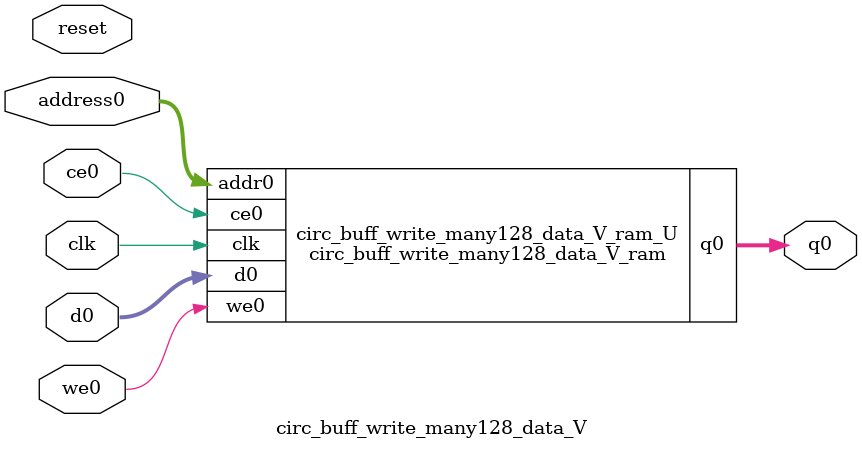
<source format=v>
`timescale 1 ns / 1 ps
module circ_buff_write_many128_data_V_ram (addr0, ce0, d0, we0, q0,  clk);

parameter DWIDTH = 128;
parameter AWIDTH = 9;
parameter MEM_SIZE = 512;

input[AWIDTH-1:0] addr0;
input ce0;
input[DWIDTH-1:0] d0;
input we0;
output reg[DWIDTH-1:0] q0;
input clk;

(* ram_style = "block" *)reg [DWIDTH-1:0] ram[0:MEM_SIZE-1];




always @(posedge clk)  
begin 
    if (ce0) 
    begin
        if (we0) 
        begin 
            ram[addr0] <= d0; 
        end 
        q0 <= ram[addr0];
    end
end


endmodule

`timescale 1 ns / 1 ps
module circ_buff_write_many128_data_V(
    reset,
    clk,
    address0,
    ce0,
    we0,
    d0,
    q0);

parameter DataWidth = 32'd128;
parameter AddressRange = 32'd512;
parameter AddressWidth = 32'd9;
input reset;
input clk;
input[AddressWidth - 1:0] address0;
input ce0;
input we0;
input[DataWidth - 1:0] d0;
output[DataWidth - 1:0] q0;



circ_buff_write_many128_data_V_ram circ_buff_write_many128_data_V_ram_U(
    .clk( clk ),
    .addr0( address0 ),
    .ce0( ce0 ),
    .we0( we0 ),
    .d0( d0 ),
    .q0( q0 ));

endmodule


</source>
